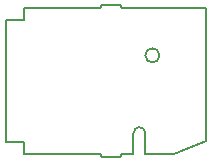
<source format=gm1>
G04 #@! TF.GenerationSoftware,KiCad,Pcbnew,8.0.9-8.0.9-0~ubuntu22.04.1*
G04 #@! TF.CreationDate,2025-06-17T17:41:39-06:00*
G04 #@! TF.ProjectId,dongle,646f6e67-6c65-42e6-9b69-6361645f7063,rev?*
G04 #@! TF.SameCoordinates,Original*
G04 #@! TF.FileFunction,Profile,NP*
%FSLAX46Y46*%
G04 Gerber Fmt 4.6, Leading zero omitted, Abs format (unit mm)*
G04 Created by KiCad (PCBNEW 8.0.9-8.0.9-0~ubuntu22.04.1) date 2025-06-17 17:41:39*
%MOMM*%
%LPD*%
G01*
G04 APERTURE LIST*
G04 #@! TA.AperFunction,Profile*
%ADD10C,0.150000*%
G04 #@! TD*
G04 APERTURE END LIST*
D10*
X149875002Y-88400000D02*
X148374998Y-88400000D01*
X151050000Y-99250000D02*
X151050000Y-101050000D01*
X148375000Y-101300000D02*
X149875000Y-101300000D01*
X148200005Y-88650002D02*
X141750000Y-88650000D01*
X141750000Y-101050000D02*
X141750000Y-100050000D01*
X141750000Y-100050000D02*
X140250000Y-100050000D01*
X154450000Y-101050000D02*
X157150000Y-99950000D01*
X157150000Y-88650000D02*
X157150000Y-99950000D01*
X150050000Y-88650000D02*
X149875002Y-88400000D01*
X151050000Y-88650000D02*
X150050006Y-88649990D01*
X150050000Y-101050000D02*
X151050000Y-101050000D01*
X140250000Y-89650000D02*
X140250000Y-100050000D01*
X148200000Y-101050000D02*
X148375000Y-101300000D01*
X147675000Y-101050000D02*
X148200000Y-101050000D01*
X149875000Y-101300000D02*
X150050000Y-101050000D01*
X152050000Y-99250000D02*
X152050000Y-101050000D01*
X154450000Y-101050000D02*
X152050000Y-101050000D01*
X141750000Y-88650000D02*
X141750000Y-89650000D01*
X141750000Y-89650000D02*
X140250000Y-89650000D01*
X153250000Y-92675000D02*
G75*
G02*
X152050000Y-92675000I-600000J0D01*
G01*
X152050000Y-92675000D02*
G75*
G02*
X153250000Y-92675000I600000J0D01*
G01*
X148374998Y-88400000D02*
X148200005Y-88650002D01*
X141750000Y-101050000D02*
X147675000Y-101050000D01*
X157150000Y-88650000D02*
X151050000Y-88650000D01*
X151050000Y-99250000D02*
G75*
G02*
X152050000Y-99250000I500000J0D01*
G01*
M02*

</source>
